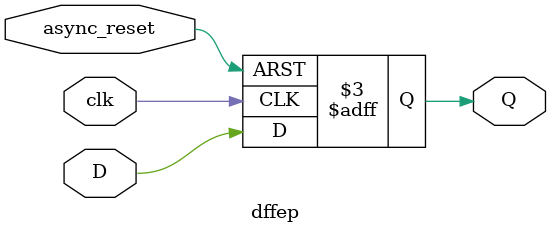
<source format=v>
module altshift_taps (
	shiftin,
	clock,
	clken,
	aclr,
`ifdef POST_FIT
	_unassoc_inputs_,
	_unassoc_outputs_,
`endif
	shiftout,
	taps
);

	parameter number_of_taps = 1;
	parameter tap_distance = 1;
	parameter width = 1;
	parameter lpm_type = "altshift_taps";
	parameter lpm_hint = "UNUSED";
	parameter intended_device_family = "UNUSED";
	parameter power_up_state = "CLEARED";
	parameter width_taps_ = width*number_of_taps;
`ifdef POST_FIT
	parameter _unassoc_inputs_width_ = 1;
	parameter _unassoc_outputs_width_ = 1;
`endif

	input [width-1:0] shiftin;
	input clock,clken;
	input aclr;
	// Extra bus for connecting signals unassociated with defined ports
`ifdef POST_FIT
	input [ _unassoc_inputs_width_ - 1 : 0 ] _unassoc_inputs_;
	output [ _unassoc_outputs_width_ - 1 : 0 ] _unassoc_outputs_;
`endif
	output [width-1:0] shiftout;
	output [width_taps_-1:0] taps;

`ifndef GATES_TO_GATES
	wire clk_w = clock & clken;

	generate
	if(number_of_taps==1) begin
		wire [width-1:0] out;
   	shiftreg #(width, tap_distance) tap_stage (out, shiftin, clk_w, aclr);
		assign shiftout = out;
		assign taps = out;
	end
	else begin
		wire [width*(number_of_taps-1):1] tap_out;
		shiftreg #(width, tap_distance) tap_stage[1:number_of_taps] ({shiftout,tap_out}, {tap_out,shiftin}, clk_w, aclr);
		assign taps = {shiftout,tap_out};
	end
	endgenerate
`endif
			
endmodule

`ifndef GATES_TO_GATES

// Creates shift registers of specified width - output of this set 
// of shift registers 'q' is the output of one of the taps

module shiftreg (tap_q, tap_d, tap_clk, tap_aclr);
	parameter width = 1;
	parameter tap_distance = 1;

	input [width-1:0] tap_d;
	input tap_clk;
	input tap_aclr;
	output [width-1:0] tap_q;

   wire [width-1:0] out;
   wire [width*(tap_distance-1) : 1] t;

	assign tap_q = out;

   dff_bus #(width) shiftreg_stage[1:tap_distance] ({out,t},{t,tap_d},tap_clk,tap_aclr);
	

endmodule


//// Creates the width of registers

module dff_bus (q, d, clk, aclr);
	parameter width = 1;
	
	input [width-1:0] d;
	input clk;
	input aclr;
	output [width-1:0] q;

	generate
	if(width==1) begin
 	dffep reg_prim_inst (q,clk,1'b1,d,1'b0,aclr);
	end
	else begin
   	dffep reg_prim_inst[width-1:0] (q,clk,d,aclr);
		/*dffep reg_prim_inst0 (q,clk,1'b1,d,1'b0,aclr);
		dffep reg_prim_inst1 (q,clk,1'b1,d,1'b0,aclr);
		dffep reg_prim_inst2 (q,clk,1'b1,d,1'b0,aclr);
		dffep reg_prim_inst3 (q,clk,1'b1,d,1'b0,aclr);
		dffep reg_prim_inst4 (q,clk,1'b1,d,1'b0,aclr);
		dffep reg_prim_inst5 (q,clk,1'b1,d,1'b0,aclr);
		dffep reg_prim_inst6 (q,clk,1'b1,d,1'b0,aclr);
		dffep reg_prim_inst7 (q,clk,1'b1,d,1'b0,aclr);	
		*/
		
	end
	endgenerate
endmodule



// Verilog code for D Flip FLop
// Verilog code for Rising edge D flip flop with Asynchronous Reset high
module dffep(Q,clk,D,async_reset);
input D; // Data input 
input clk; // clock input 
input async_reset; // asynchronous reset high level
output reg Q; // output Q 
always @(posedge clk or posedge async_reset) 
begin
 if(async_reset==1'b1)
  Q <= 1'b0; 
 else 
  Q <= D; 
end 
endmodule 




`endif

</source>
